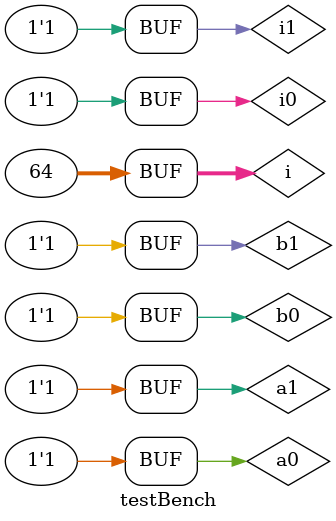
<source format=v>
`timescale 1ns/1ps

module testBench;

reg i1, i0, a1, a0, b1, b0;
wire f1, f0, error;

two_bit_computer UUT(.a1(a1),.a0(a0),.b1(b1),.b0(b0),.i1(i1),.i0(i0),.f0(f0),.f1(f1),.error(error));



integer i;

initial begin

for(i = 0; i< 64 ;i = i+1)
	begin
		{i1,i0,a1,a0,b1,b0} = i;
		#20;

	end

end

endmodule

</source>
